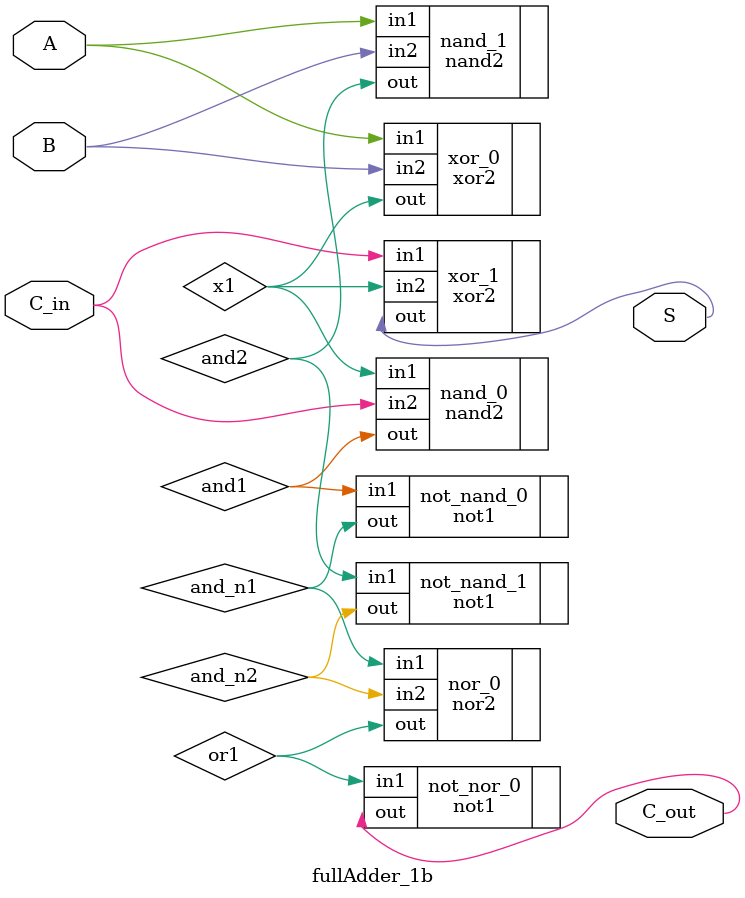
<source format=v>
/*
    CS/ECE 552 Spring '20
    Homework #1, Problem 2
    
    a 1-bit full adder
*/
module fullAdder_1b(A, B, C_in, S, C_out);
    input  A, B;
    input  C_in;
    output S;
    output C_out;

    // YOUR CODE HERE
    
    wire x1,and1,and_n1,and2,and_n2,or1;

    // use nand + not and nor + not to function as normal and and or gate
    xor2 xor_0(.in1(A),.in2(B),.out(x1));
    xor2 xor_1(.in1(C_in),.in2(x1),.out(S));
    nand2 nand_0(.in1(x1),.in2(C_in),.out(and1));
    nand2 nand_1(.in1(A),.in2(B),.out(and2));
    nor2 nor_0(.in1(and_n1),.in2(and_n2),.out(or1));
    not1 not_nand_0(.in1(and1),.out(and_n1));
    not1 not_nand_1(.in1(and2),.out(and_n2));
    not1 not_nor_0(.in1(or1),.out(C_out));
    

endmodule

</source>
